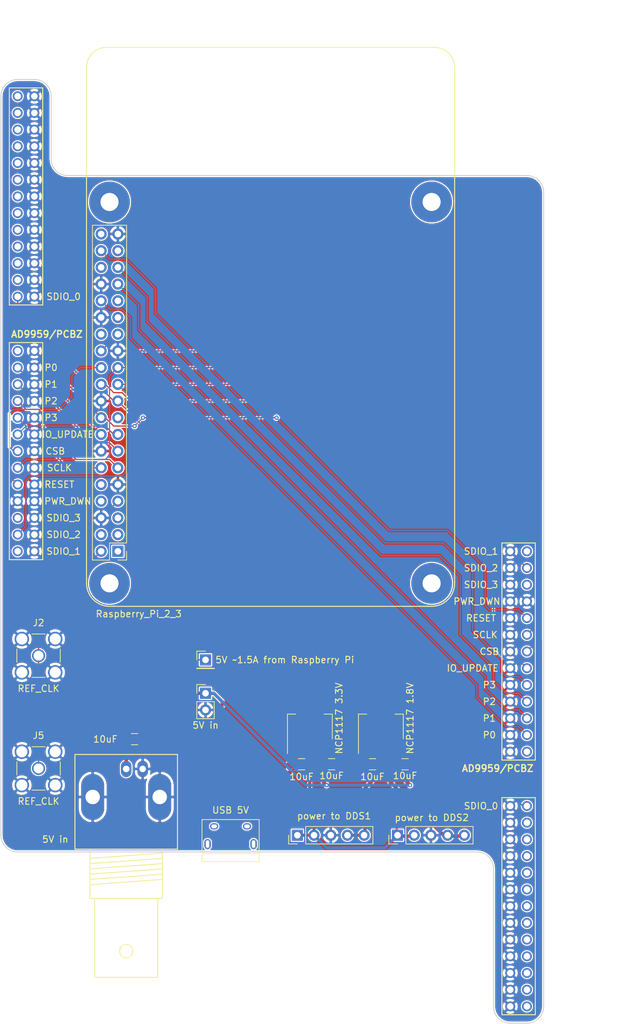
<source format=kicad_pcb>
(kicad_pcb (version 20170123) (host pcbnew "(2017-07-18 revision f509ccc7c)-makepkg")
  (title_block (title "Raspberry Pi DDS Board") (date 2017-07-06) (rev 1.0) (company "TIQI Group") (comment 1 "for AD9959 eval") (comment 2 "Matt Grau"))
  (layers (0 F.Cu signal) (31 B.Cu signal hide) (34 B.Paste user) (35 F.Paste user) (36 B.SilkS user) (37 F.SilkS user) (38 B.Mask user) (39 F.Mask user) (44 Edge.Cuts user))
  (net 0 "")
  (net 1 GND)
  (net 2 /P3_2)
  (net 3 /P2_2)
  (net 4 /P1_2)
  (net 5 /P0_2)
  (net 6 /CE_2)
  (net 7 /CE_1)
  (net 8 /SCLK)
  (net 9 /IO_UPDATE_2)
  (net 10 /MISO)
  (net 11 /MOSI)
  (net 12 /RESET)
  (net 13 /IO_UPDATE_1)
  (net 14 /P3_1)
  (net 15 /P2_1)
  (net 16 /P1_1)
  (net 17 /P0_1)
  (net 18 "Net-(J1-Pad2)")
  (net 19 +5V)
  (net 20 +3V3)
  (net 21 +1V8)
  (net 22 /CLK)
  (module dds_pi:ad9959 (layer F.Cu) (at 137.16 140.335 180)
    (fp_text reference U2 hide)
    (fp_text value AD9959/PCBZ (at 3.175 -1.27 180) (layer F.SilkS) (effects (font (size 1.016 1.016) (thickness 0.2032))))
    (fp_text user SDIO_1 (at 5.715 31.75 180) (layer F.SilkS))
    (fp_text user SDIO_2 (at 5.715 29.21 180) (layer F.SilkS))
    (fp_text user SDIO_3 (at 5.715 26.67 180) (layer F.SilkS))
    (fp_text user PWR_DWN (at 6.35 24.13 180) (layer F.SilkS))
    (fp_text user RESET (at 5.715 21.59 180) (layer F.SilkS))
    (fp_text user SCLK (at 5.08 19.05 180) (layer F.SilkS))
    (fp_text user CSB (at 4.445 16.51 180) (layer F.SilkS))
    (fp_text user IO_UPDATE (at 6.985 13.97 180) (layer F.SilkS))
    (fp_text user P3 (at 4.445 11.43 180) (layer F.SilkS))
    (fp_text user P2 (at 4.445 8.89 180) (layer F.SilkS))
    (fp_text user P1 (at 4.445 6.35 180) (layer F.SilkS))
    (fp_text user P0 (at 4.445 3.81 180) (layer F.SilkS))
    (fp_text user SDIO_0 (at 5.715 -6.985 180) (layer F.SilkS))
    (pad 1 thru_hole circle (at -1.27 -37.465 90) (size 1.524 1.524) (drill 1) (layers *.Cu *.Mask))
    (pad 27 thru_hole circle (at 1.27 -37.465 90) (size 1.524 1.524) (drill 1) (layers *.Cu *.Mask) (net 1 GND))
    (pad 2 thru_hole circle (at -1.27 -34.925 90) (size 1.524 1.524) (drill 1) (layers *.Cu *.Mask))
    (pad 28 thru_hole circle (at 1.27 -34.925 90) (size 1.524 1.524) (drill 1) (layers *.Cu *.Mask) (net 1 GND))
    (pad 3 thru_hole circle (at -1.27 -32.385 90) (size 1.524 1.524) (drill 1) (layers *.Cu *.Mask))
    (pad 29 thru_hole circle (at 1.27 -32.385 90) (size 1.524 1.524) (drill 1) (layers *.Cu *.Mask) (net 1 GND))
    (pad 4 thru_hole circle (at -1.27 -29.845 90) (size 1.524 1.524) (drill 1) (layers *.Cu *.Mask))
    (pad 30 thru_hole circle (at 1.27 -29.845 90) (size 1.524 1.524) (drill 1) (layers *.Cu *.Mask) (net 1 GND))
    (pad 5 thru_hole circle (at -1.27 -27.305 90) (size 1.524 1.524) (drill 1) (layers *.Cu *.Mask))
    (pad 31 thru_hole circle (at 1.27 -27.305 90) (size 1.524 1.524) (drill 1) (layers *.Cu *.Mask) (net 1 GND))
    (pad 6 thru_hole circle (at -1.27 -24.765 90) (size 1.524 1.524) (drill 1) (layers *.Cu *.Mask))
    (pad 32 thru_hole circle (at 1.27 -24.765 90) (size 1.524 1.524) (drill 1) (layers *.Cu *.Mask) (net 1 GND))
    (pad 7 thru_hole circle (at -1.27 -22.225 90) (size 1.524 1.524) (drill 1) (layers *.Cu *.Mask))
    (pad 33 thru_hole circle (at 1.27 -22.225 90) (size 1.524 1.524) (drill 1) (layers *.Cu *.Mask) (net 1 GND))
    (pad 8 thru_hole circle (at -1.27 -19.685 90) (size 1.524 1.524) (drill 1) (layers *.Cu *.Mask))
    (pad 34 thru_hole circle (at 1.27 -19.685 90) (size 1.524 1.524) (drill 1) (layers *.Cu *.Mask) (net 1 GND))
    (pad 9 thru_hole circle (at -1.27 -17.145 90) (size 1.524 1.524) (drill 1) (layers *.Cu *.Mask))
    (pad 35 thru_hole circle (at 1.27 -17.145 90) (size 1.524 1.524) (drill 1) (layers *.Cu *.Mask) (net 1 GND))
    (pad 10 thru_hole circle (at -1.27 -14.605 90) (size 1.524 1.524) (drill 1) (layers *.Cu *.Mask))
    (pad 36 thru_hole circle (at 1.27 -14.605 90) (size 1.524 1.524) (drill 1) (layers *.Cu *.Mask) (net 1 GND))
    (pad 11 thru_hole circle (at -1.27 -12.065 90) (size 1.524 1.524) (drill 1) (layers *.Cu *.Mask))
    (pad 37 thru_hole circle (at 1.27 -12.065 90) (size 1.524 1.524) (drill 1) (layers *.Cu *.Mask) (net 1 GND))
    (pad 12 thru_hole circle (at -1.27 -9.525 90) (size 1.524 1.524) (drill 1) (layers *.Cu *.Mask))
    (pad 38 thru_hole circle (at 1.27 -9.525 90) (size 1.524 1.524) (drill 1) (layers *.Cu *.Mask) (net 1 GND))
    (pad 13 thru_hole circle (at -1.27 -6.985 90) (size 1.524 1.524) (drill 1) (layers *.Cu *.Mask) (net 11 /MOSI))
    (pad 39 thru_hole circle (at 1.27 -6.985 90) (size 1.524 1.524) (drill 1) (layers *.Cu *.Mask) (net 1 GND))
    (pad 52 thru_hole circle (at 1.27 31.75 90) (size 1.524 1.524) (drill 1) (layers *.Cu *.Mask) (net 1 GND))
    (pad 26 thru_hole circle (at -1.27 31.75 90) (size 1.524 1.524) (drill 1) (layers *.Cu *.Mask))
    (pad 51 thru_hole circle (at 1.27 29.21 90) (size 1.524 1.524) (drill 1) (layers *.Cu *.Mask) (net 1 GND))
    (pad 25 thru_hole circle (at -1.27 29.21 90) (size 1.524 1.524) (drill 1) (layers *.Cu *.Mask) (net 10 /MISO))
    (pad 50 thru_hole circle (at 1.27 26.67 90) (size 1.524 1.524) (drill 1) (layers *.Cu *.Mask) (net 1 GND))
    (pad 24 thru_hole circle (at -1.27 26.67 90) (size 1.524 1.524) (drill 1) (layers *.Cu *.Mask))
    (pad 49 thru_hole circle (at 1.27 24.13 90) (size 1.524 1.524) (drill 1) (layers *.Cu *.Mask) (net 1 GND))
    (pad 23 thru_hole circle (at -1.27 24.13 90) (size 1.524 1.524) (drill 1) (layers *.Cu *.Mask) (net 1 GND))
    (pad 48 thru_hole circle (at 1.27 21.59 90) (size 1.524 1.524) (drill 1) (layers *.Cu *.Mask) (net 1 GND))
    (pad 22 thru_hole circle (at -1.27 21.59 90) (size 1.524 1.524) (drill 1) (layers *.Cu *.Mask) (net 12 /RESET))
    (pad 47 thru_hole circle (at 1.27 19.05 90) (size 1.524 1.524) (drill 1) (layers *.Cu *.Mask) (net 1 GND))
    (pad 21 thru_hole circle (at -1.27 19.05 90) (size 1.524 1.524) (drill 1) (layers *.Cu *.Mask) (net 8 /SCLK))
    (pad 46 thru_hole circle (at 1.27 16.51 90) (size 1.524 1.524) (drill 1) (layers *.Cu *.Mask) (net 1 GND))
    (pad 20 thru_hole circle (at -1.27 16.51 90) (size 1.524 1.524) (drill 1) (layers *.Cu *.Mask) (net 6 /CE_2))
    (pad 45 thru_hole circle (at 1.27 13.97 90) (size 1.524 1.524) (drill 1) (layers *.Cu *.Mask) (net 1 GND))
    (pad 19 thru_hole circle (at -1.27 13.97 90) (size 1.524 1.524) (drill 1) (layers *.Cu *.Mask) (net 9 /IO_UPDATE_2))
    (pad 44 thru_hole circle (at 1.27 11.43 90) (size 1.524 1.524) (drill 1) (layers *.Cu *.Mask) (net 1 GND))
    (pad 18 thru_hole circle (at -1.27 11.43 90) (size 1.524 1.524) (drill 1) (layers *.Cu *.Mask) (net 2 /P3_2))
    (pad 43 thru_hole circle (at 1.27 8.89 90) (size 1.524 1.524) (drill 1) (layers *.Cu *.Mask) (net 1 GND))
    (pad 17 thru_hole circle (at -1.27 8.89 90) (size 1.524 1.524) (drill 1) (layers *.Cu *.Mask) (net 3 /P2_2))
    (pad 42 thru_hole circle (at 1.27 6.35 90) (size 1.524 1.524) (drill 1) (layers *.Cu *.Mask) (net 1 GND))
    (pad 16 thru_hole circle (at -1.27 6.35 90) (size 1.524 1.524) (drill 1) (layers *.Cu *.Mask) (net 4 /P1_2))
    (pad 41 thru_hole circle (at 1.27 3.81 90) (size 1.524 1.524) (drill 1) (layers *.Cu *.Mask) (net 1 GND))
    (pad 15 thru_hole circle (at -1.27 3.81 90) (size 1.524 1.524) (drill 1) (layers *.Cu *.Mask) (net 5 /P0_2))
    (pad 40 thru_hole circle (at 1.27 1.27 90) (size 1.524 1.524) (drill 1) (layers *.Cu *.Mask) (net 1 GND))
    (pad 14 thru_hole circle (at -1.27 1.27 90) (size 1.524 1.524) (drill 1) (layers *.Cu *.Mask))
  )
  (module dds_pi:ad9959 (layer F.Cu) (at 62.23 76.835)
    (fp_text reference U1 hide)
    (fp_text value AD9959/PCBZ (at 3.175 -1.27) (layer F.SilkS) (effects (font (size 1.016 1.016) (thickness 0.2032))))
    (fp_text user SDIO_1 (at 5.715 31.75) (layer F.SilkS))
    (fp_text user SDIO_2 (at 5.715 29.21) (layer F.SilkS))
    (fp_text user SDIO_3 (at 5.715 26.67) (layer F.SilkS))
    (fp_text user PWR_DWN (at 6.35 24.13) (layer F.SilkS))
    (fp_text user RESET (at 5.08 21.59) (layer F.SilkS))
    (fp_text user SCLK (at 5.08 19.05) (layer F.SilkS))
    (fp_text user CSB (at 4.445 16.51) (layer F.SilkS))
    (fp_text user IO_UPDATE (at 6.35 13.97) (layer F.SilkS))
    (fp_text user P3 (at 3.81 11.43) (layer F.SilkS))
    (fp_text user P2 (at 3.81 8.89) (layer F.SilkS))
    (fp_text user P1 (at 3.81 6.35) (layer F.SilkS))
    (fp_text user P0 (at 3.81 3.81) (layer F.SilkS))
    (fp_text user SDIO_0 (at 5.715 -6.985) (layer F.SilkS))
    (pad 1 thru_hole circle (at -1.27 -37.465 270) (size 1.524 1.524) (drill 1) (layers *.Cu *.Mask))
    (pad 27 thru_hole circle (at 1.27 -37.465 270) (size 1.524 1.524) (drill 1) (layers *.Cu *.Mask) (net 1 GND))
    (pad 2 thru_hole circle (at -1.27 -34.925 270) (size 1.524 1.524) (drill 1) (layers *.Cu *.Mask))
    (pad 28 thru_hole circle (at 1.27 -34.925 270) (size 1.524 1.524) (drill 1) (layers *.Cu *.Mask) (net 1 GND))
    (pad 3 thru_hole circle (at -1.27 -32.385 270) (size 1.524 1.524) (drill 1) (layers *.Cu *.Mask))
    (pad 29 thru_hole circle (at 1.27 -32.385 270) (size 1.524 1.524) (drill 1) (layers *.Cu *.Mask) (net 1 GND))
    (pad 4 thru_hole circle (at -1.27 -29.845 270) (size 1.524 1.524) (drill 1) (layers *.Cu *.Mask))
    (pad 30 thru_hole circle (at 1.27 -29.845 270) (size 1.524 1.524) (drill 1) (layers *.Cu *.Mask) (net 1 GND))
    (pad 5 thru_hole circle (at -1.27 -27.305 270) (size 1.524 1.524) (drill 1) (layers *.Cu *.Mask))
    (pad 31 thru_hole circle (at 1.27 -27.305 270) (size 1.524 1.524) (drill 1) (layers *.Cu *.Mask) (net 1 GND))
    (pad 6 thru_hole circle (at -1.27 -24.765 270) (size 1.524 1.524) (drill 1) (layers *.Cu *.Mask))
    (pad 32 thru_hole circle (at 1.27 -24.765 270) (size 1.524 1.524) (drill 1) (layers *.Cu *.Mask) (net 1 GND))
    (pad 7 thru_hole circle (at -1.27 -22.225 270) (size 1.524 1.524) (drill 1) (layers *.Cu *.Mask))
    (pad 33 thru_hole circle (at 1.27 -22.225 270) (size 1.524 1.524) (drill 1) (layers *.Cu *.Mask) (net 1 GND))
    (pad 8 thru_hole circle (at -1.27 -19.685 270) (size 1.524 1.524) (drill 1) (layers *.Cu *.Mask))
    (pad 34 thru_hole circle (at 1.27 -19.685 270) (size 1.524 1.524) (drill 1) (layers *.Cu *.Mask) (net 1 GND))
    (pad 9 thru_hole circle (at -1.27 -17.145 270) (size 1.524 1.524) (drill 1) (layers *.Cu *.Mask))
    (pad 35 thru_hole circle (at 1.27 -17.145 270) (size 1.524 1.524) (drill 1) (layers *.Cu *.Mask) (net 1 GND))
    (pad 10 thru_hole circle (at -1.27 -14.605 270) (size 1.524 1.524) (drill 1) (layers *.Cu *.Mask))
    (pad 36 thru_hole circle (at 1.27 -14.605 270) (size 1.524 1.524) (drill 1) (layers *.Cu *.Mask) (net 1 GND))
    (pad 11 thru_hole circle (at -1.27 -12.065 270) (size 1.524 1.524) (drill 1) (layers *.Cu *.Mask))
    (pad 37 thru_hole circle (at 1.27 -12.065 270) (size 1.524 1.524) (drill 1) (layers *.Cu *.Mask) (net 1 GND))
    (pad 12 thru_hole circle (at -1.27 -9.525 270) (size 1.524 1.524) (drill 1) (layers *.Cu *.Mask))
    (pad 38 thru_hole circle (at 1.27 -9.525 270) (size 1.524 1.524) (drill 1) (layers *.Cu *.Mask) (net 1 GND))
    (pad 13 thru_hole circle (at -1.27 -6.985 270) (size 1.524 1.524) (drill 1) (layers *.Cu *.Mask) (net 11 /MOSI))
    (pad 39 thru_hole circle (at 1.27 -6.985 270) (size 1.524 1.524) (drill 1) (layers *.Cu *.Mask) (net 1 GND))
    (pad 52 thru_hole circle (at 1.27 31.75 270) (size 1.524 1.524) (drill 1) (layers *.Cu *.Mask) (net 1 GND))
    (pad 26 thru_hole circle (at -1.27 31.75 270) (size 1.524 1.524) (drill 1) (layers *.Cu *.Mask))
    (pad 51 thru_hole circle (at 1.27 29.21 270) (size 1.524 1.524) (drill 1) (layers *.Cu *.Mask) (net 1 GND))
    (pad 25 thru_hole circle (at -1.27 29.21 270) (size 1.524 1.524) (drill 1) (layers *.Cu *.Mask) (net 10 /MISO))
    (pad 50 thru_hole circle (at 1.27 26.67 270) (size 1.524 1.524) (drill 1) (layers *.Cu *.Mask) (net 1 GND))
    (pad 24 thru_hole circle (at -1.27 26.67 270) (size 1.524 1.524) (drill 1) (layers *.Cu *.Mask))
    (pad 49 thru_hole circle (at 1.27 24.13 270) (size 1.524 1.524) (drill 1) (layers *.Cu *.Mask) (net 1 GND))
    (pad 23 thru_hole circle (at -1.27 24.13 270) (size 1.524 1.524) (drill 1) (layers *.Cu *.Mask) (net 1 GND))
    (pad 48 thru_hole circle (at 1.27 21.59 270) (size 1.524 1.524) (drill 1) (layers *.Cu *.Mask) (net 1 GND))
    (pad 22 thru_hole circle (at -1.27 21.59 270) (size 1.524 1.524) (drill 1) (layers *.Cu *.Mask) (net 12 /RESET))
    (pad 47 thru_hole circle (at 1.27 19.05 270) (size 1.524 1.524) (drill 1) (layers *.Cu *.Mask) (net 1 GND))
    (pad 21 thru_hole circle (at -1.27 19.05 270) (size 1.524 1.524) (drill 1) (layers *.Cu *.Mask) (net 8 /SCLK))
    (pad 46 thru_hole circle (at 1.27 16.51 270) (size 1.524 1.524) (drill 1) (layers *.Cu *.Mask) (net 1 GND))
    (pad 20 thru_hole circle (at -1.27 16.51 270) (size 1.524 1.524) (drill 1) (layers *.Cu *.Mask) (net 7 /CE_1))
    (pad 45 thru_hole circle (at 1.27 13.97 270) (size 1.524 1.524) (drill 1) (layers *.Cu *.Mask) (net 1 GND))
    (pad 19 thru_hole circle (at -1.27 13.97 270) (size 1.524 1.524) (drill 1) (layers *.Cu *.Mask) (net 13 /IO_UPDATE_1))
    (pad 44 thru_hole circle (at 1.27 11.43 270) (size 1.524 1.524) (drill 1) (layers *.Cu *.Mask) (net 1 GND))
    (pad 18 thru_hole circle (at -1.27 11.43 270) (size 1.524 1.524) (drill 1) (layers *.Cu *.Mask) (net 14 /P3_1))
    (pad 43 thru_hole circle (at 1.27 8.89 270) (size 1.524 1.524) (drill 1) (layers *.Cu *.Mask) (net 1 GND))
    (pad 17 thru_hole circle (at -1.27 8.89 270) (size 1.524 1.524) (drill 1) (layers *.Cu *.Mask) (net 15 /P2_1))
    (pad 42 thru_hole circle (at 1.27 6.35 270) (size 1.524 1.524) (drill 1) (layers *.Cu *.Mask) (net 1 GND))
    (pad 16 thru_hole circle (at -1.27 6.35 270) (size 1.524 1.524) (drill 1) (layers *.Cu *.Mask) (net 16 /P1_1))
    (pad 41 thru_hole circle (at 1.27 3.81 270) (size 1.524 1.524) (drill 1) (layers *.Cu *.Mask) (net 1 GND))
    (pad 15 thru_hole circle (at -1.27 3.81 270) (size 1.524 1.524) (drill 1) (layers *.Cu *.Mask) (net 17 /P0_1))
    (pad 40 thru_hole circle (at 1.27 1.27 270) (size 1.524 1.524) (drill 1) (layers *.Cu *.Mask) (net 1 GND))
    (pad 14 thru_hole circle (at -1.27 1.27 270) (size 1.524 1.524) (drill 1) (layers *.Cu *.Mask))
  )
  (module dds_pi:raspberry_pi_3 (layer F.Cu) (at 74.93 84.455 90)
    (fp_text reference J1 hide)
    (fp_text value Raspberry_Pi_2_3 (at -33.655 4.445 180) (layer F.SilkS))
    (pad "" np_thru_hole circle (at 29 49 90) (size 6.2 6.2) (drill 2.75) (layers *.Cu *.Mask))
    (pad "" np_thru_hole circle (at -29 49 90) (size 6.2 6.2) (drill 2.75) (layers *.Cu *.Mask))
    (pad "" np_thru_hole circle (at -29 0 90) (size 6.2 6.2) (drill 2.75) (layers *.Cu *.Mask))
    (pad "" np_thru_hole circle (at 29 0 90) (size 6.2 6.2) (drill 2.75) (layers *.Cu *.Mask))
    (pad 40 thru_hole oval (at 24.13 -1.27 180) (size 1.7 1.7) (drill 1) (layers *.Cu *.Mask))
    (pad 39 thru_hole oval (at 24.13 1.27 180) (size 1.7 1.7) (drill 1) (layers *.Cu *.Mask) (net 1 GND))
    (pad 38 thru_hole oval (at 21.59 -1.27 180) (size 1.7 1.7) (drill 1) (layers *.Cu *.Mask) (net 2 /P3_2))
    (pad 37 thru_hole oval (at 21.59 1.27 180) (size 1.7 1.7) (drill 1) (layers *.Cu *.Mask))
    (pad 36 thru_hole oval (at 19.05 -1.27 180) (size 1.7 1.7) (drill 1) (layers *.Cu *.Mask))
    (pad 35 thru_hole oval (at 19.05 1.27 180) (size 1.7 1.7) (drill 1) (layers *.Cu *.Mask) (net 3 /P2_2))
    (pad 34 thru_hole oval (at 16.51 -1.27 180) (size 1.7 1.7) (drill 1) (layers *.Cu *.Mask) (net 1 GND))
    (pad 33 thru_hole oval (at 16.51 1.27 180) (size 1.7 1.7) (drill 1) (layers *.Cu *.Mask) (net 4 /P1_2))
    (pad 32 thru_hole oval (at 13.97 -1.27 180) (size 1.7 1.7) (drill 1) (layers *.Cu *.Mask) (net 5 /P0_2))
    (pad 31 thru_hole oval (at 13.97 1.27 180) (size 1.7 1.7) (drill 1) (layers *.Cu *.Mask))
    (pad 30 thru_hole oval (at 11.43 -1.27 180) (size 1.7 1.7) (drill 1) (layers *.Cu *.Mask) (net 1 GND))
    (pad 29 thru_hole oval (at 11.43 1.27 180) (size 1.7 1.7) (drill 1) (layers *.Cu *.Mask))
    (pad 28 thru_hole oval (at 8.89 -1.27 180) (size 1.7 1.7) (drill 1) (layers *.Cu *.Mask))
    (pad 27 thru_hole oval (at 8.89 1.27 180) (size 1.7 1.7) (drill 1) (layers *.Cu *.Mask))
    (pad 26 thru_hole oval (at 6.35 -1.27 180) (size 1.7 1.7) (drill 1) (layers *.Cu *.Mask) (net 6 /CE_2))
    (pad 25 thru_hole oval (at 6.35 1.27 180) (size 1.7 1.7) (drill 1) (layers *.Cu *.Mask) (net 1 GND))
    (pad 24 thru_hole oval (at 3.81 -1.27 180) (size 1.7 1.7) (drill 1) (layers *.Cu *.Mask) (net 7 /CE_1))
    (pad 23 thru_hole oval (at 3.81 1.27 180) (size 1.7 1.7) (drill 1) (layers *.Cu *.Mask) (net 8 /SCLK))
    (pad 22 thru_hole oval (at 1.27 -1.27 180) (size 1.7 1.7) (drill 1) (layers *.Cu *.Mask) (net 9 /IO_UPDATE_2))
    (pad 21 thru_hole oval (at 1.27 1.27 180) (size 1.7 1.7) (drill 1) (layers *.Cu *.Mask) (net 10 /MISO))
    (pad 20 thru_hole oval (at -1.27 -1.27 180) (size 1.7 1.7) (drill 1) (layers *.Cu *.Mask) (net 1 GND))
    (pad 19 thru_hole oval (at -1.27 1.27 180) (size 1.7 1.7) (drill 1) (layers *.Cu *.Mask) (net 11 /MOSI))
    (pad 18 thru_hole oval (at -3.81 -1.27 180) (size 1.7 1.7) (drill 1) (layers *.Cu *.Mask) (net 12 /RESET))
    (pad 17 thru_hole oval (at -3.81 1.27 180) (size 1.7 1.7) (drill 1) (layers *.Cu *.Mask))
    (pad 16 thru_hole oval (at -6.35 -1.27 180) (size 1.7 1.7) (drill 1) (layers *.Cu *.Mask) (net 13 /IO_UPDATE_1))
    (pad 15 thru_hole oval (at -6.35 1.27 180) (size 1.7 1.7) (drill 1) (layers *.Cu *.Mask) (net 17 /P0_1))
    (pad 14 thru_hole oval (at -8.89 -1.27 180) (size 1.7 1.7) (drill 1) (layers *.Cu *.Mask) (net 1 GND))
    (pad 13 thru_hole oval (at -8.89 1.27 180) (size 1.7 1.7) (drill 1) (layers *.Cu *.Mask) (net 16 /P1_1))
    (pad 12 thru_hole oval (at -11.43 -1.27 180) (size 1.7 1.7) (drill 1) (layers *.Cu *.Mask) (net 14 /P3_1))
    (pad 11 thru_hole oval (at -11.43 1.27 180) (size 1.7 1.7) (drill 1) (layers *.Cu *.Mask) (net 15 /P2_1))
    (pad 10 thru_hole oval (at -13.97 -1.27 180) (size 1.7 1.7) (drill 1) (layers *.Cu *.Mask))
    (pad 9 thru_hole oval (at -13.97 1.27 180) (size 1.7 1.7) (drill 1) (layers *.Cu *.Mask) (net 1 GND))
    (pad 8 thru_hole oval (at -16.51 -1.27 180) (size 1.7 1.7) (drill 1) (layers *.Cu *.Mask))
    (pad 7 thru_hole oval (at -16.51 1.27 180) (size 1.7 1.7) (drill 1) (layers *.Cu *.Mask) (net 22 /CLK))
    (pad 6 thru_hole oval (at -19.05 -1.27 180) (size 1.7 1.7) (drill 1) (layers *.Cu *.Mask) (net 1 GND))
    (pad 5 thru_hole oval (at -19.05 1.27 180) (size 1.7 1.7) (drill 1) (layers *.Cu *.Mask))
    (pad 4 thru_hole oval (at -21.59 -1.27 180) (size 1.7 1.7) (drill 1) (layers *.Cu *.Mask))
    (pad 3 thru_hole oval (at -21.59 1.27 180) (size 1.7 1.7) (drill 1) (layers *.Cu *.Mask))
    (pad 2 thru_hole oval (at -24.13 -1.27 180) (size 1.7 1.7) (drill 1) (layers *.Cu *.Mask) (net 18 "Net-(J1-Pad2)"))
    (pad 1 thru_hole rect (at -24.13 1.27 180) (size 1.7 1.7) (drill 1) (layers *.Cu *.Mask))
  )
  (module Connect:SMA_THT_Jack_Straight (layer F.Cu) (at 64.135 124.46)
    (fp_text reference J2 (at 0 -5) (layer F.SilkS))
    (fp_text value REF_CLK (at 0 5) (layer F.SilkS))
    (pad 1 thru_hole circle (at 0 0) (size 2 2) (drill 1.5) (layers *.Cu *.Mask) (net 22 /CLK))
    (pad 2 thru_hole circle (at 2.54 2.54) (size 2.2 2.2) (drill 1.7) (layers *.Cu *.Mask) (net 1 GND))
    (pad 2 thru_hole circle (at 2.54 -2.54) (size 2.2 2.2) (drill 1.7) (layers *.Cu *.Mask) (net 1 GND))
    (pad 2 thru_hole circle (at -2.54 -2.54) (size 2.2 2.2) (drill 1.7) (layers *.Cu *.Mask) (net 1 GND))
    (pad 2 thru_hole circle (at -2.54 2.54) (size 2.2 2.2) (drill 1.7) (layers *.Cu *.Mask) (net 1 GND))
  )
  (module Capacitors_SMD:C_0805_HandSoldering (layer F.Cu) (at 78.74 137.16)
    (fp_text reference C1 hide)
    (fp_text value 10uF (at -4.445 0 180) (layer F.SilkS))
    (pad 2 smd rect (at 1.25 0) (size 1.5 1.25) (layers F.Cu F.Paste F.Mask) (net 1 GND))
    (pad 1 smd rect (at -1.25 0) (size 1.5 1.25) (layers F.Cu F.Paste F.Mask) (net 19 +5V))
  )
  (module Capacitors_SMD:C_0805_HandSoldering (layer F.Cu) (at 108.712 140.97)
    (fp_text reference C2 hide)
    (fp_text value 10uF (at 0 1.75) (layer F.SilkS))
    (pad 2 smd rect (at 1.25 0) (size 1.5 1.25) (layers F.Cu F.Paste F.Mask) (net 1 GND))
    (pad 1 smd rect (at -1.25 0) (size 1.5 1.25) (layers F.Cu F.Paste F.Mask) (net 19 +5V))
  )
  (module Capacitors_SMD:C_0805_HandSoldering (layer F.Cu) (at 119.888 140.97)
    (fp_text reference C3 hide)
    (fp_text value 10uF (at 0 1.75) (layer F.SilkS))
    (pad 1 smd rect (at -1.25 0) (size 1.5 1.25) (layers F.Cu F.Paste F.Mask) (net 19 +5V))
    (pad 2 smd rect (at 1.25 0) (size 1.5 1.25) (layers F.Cu F.Paste F.Mask) (net 1 GND))
  )
  (module Capacitors_SMD:C_0805_HandSoldering (layer F.Cu) (at 104.14 140.97 180)
    (fp_text reference C4 hide)
    (fp_text value 10uF (at 0 -1.905 180) (layer F.SilkS))
    (pad 1 smd rect (at -1.25 0 180) (size 1.5 1.25) (layers F.Cu F.Paste F.Mask) (net 20 +3V3))
    (pad 2 smd rect (at 1.25 0 180) (size 1.5 1.25) (layers F.Cu F.Paste F.Mask) (net 1 GND))
  )
  (module Capacitors_SMD:C_0805_HandSoldering (layer F.Cu) (at 114.935 140.97 180)
    (fp_text reference C5 hide)
    (fp_text value 10uF (at 0 -1.905 180) (layer F.SilkS))
    (pad 2 smd rect (at 1.25 0 180) (size 1.5 1.25) (layers F.Cu F.Paste F.Mask) (net 1 GND))
    (pad 1 smd rect (at -1.25 0 180) (size 1.5 1.25) (layers F.Cu F.Paste F.Mask) (net 21 +1V8))
  )
  (module Sockets_BNC:BNC_Socket_TYCO-AMP_LargePads (layer F.Cu) (at 77.47 146.685 180)
    (fp_text reference J3 hide)
    (fp_text value "5V in" (at 10.795 -5.715 180) (layer F.SilkS))
    (pad 2 thru_hole oval (at -2.49936 5.00126 180) (size 1.6002 2.49936) (drill 1.00076) (layers *.Cu *.Mask) (net 1 GND))
    (pad 1 thru_hole oval (at 0 5.00126 180) (size 1.6002 2.49936) (drill 1.00076) (layers *.Cu *.Mask) (net 19 +5V))
    (pad 2 thru_hole oval (at 5.10032 0.7366 180) (size 3.50012 7.00024) (drill 2.19964) (layers *.Cu *.Mask) (net 1 GND))
    (pad 2 thru_hole oval (at -5.09778 0.7366 180) (size 3.50012 7.00024) (drill 2.19964) (layers *.Cu *.Mask) (net 1 GND))
  )
  (module Connect:USB_Micro-B (layer F.Cu) (at 93.345 151.765)
    (fp_text reference J4 hide)
    (fp_text value "USB 5V" (at 0 -3.81) (layer F.SilkS))
    (pad 6 thru_hole oval (at 3.5 1.35 90) (size 1.55 1) (drill oval 1.15 0.5) (layers *.Cu *.Mask))
    (pad 6 thru_hole oval (at -3.5 1.35 90) (size 1.55 1) (drill oval 1.15 0.5) (layers *.Cu *.Mask))
    (pad 6 thru_hole oval (at 2.5 -1.35 90) (size 0.95 1.25) (drill oval 0.55 0.85) (layers *.Cu *.Mask))
    (pad 6 thru_hole oval (at -2.5 -1.35 90) (size 0.95 1.25) (drill oval 0.55 0.85) (layers *.Cu *.Mask))
    (pad 5 smd rect (at 1.3 -1.35 90) (size 1.35 0.4) (layers F.Cu F.Paste F.Mask) (net 1 GND))
    (pad 4 smd rect (at 0.65 -1.35 90) (size 1.35 0.4) (layers F.Cu F.Paste F.Mask) (net 1 GND))
    (pad 3 smd rect (at 0 -1.35 90) (size 1.35 0.4) (layers F.Cu F.Paste F.Mask))
    (pad 2 smd rect (at -0.65 -1.35 90) (size 1.35 0.4) (layers F.Cu F.Paste F.Mask))
    (pad 1 smd rect (at -1.3 -1.35 90) (size 1.35 0.4) (layers F.Cu F.Paste F.Mask) (net 19 +5V))
  )
  (module Connect:SMA_THT_Jack_Straight (layer F.Cu) (at 64.135 141.605)
    (fp_text reference J5 (at 0 -5) (layer F.SilkS))
    (fp_text value REF_CLK (at 0 5) (layer F.SilkS))
    (pad 1 thru_hole circle (at 0 0) (size 2 2) (drill 1.5) (layers *.Cu *.Mask) (net 22 /CLK))
    (pad 2 thru_hole circle (at 2.54 2.54) (size 2.2 2.2) (drill 1.7) (layers *.Cu *.Mask) (net 1 GND))
    (pad 2 thru_hole circle (at 2.54 -2.54) (size 2.2 2.2) (drill 1.7) (layers *.Cu *.Mask) (net 1 GND))
    (pad 2 thru_hole circle (at -2.54 -2.54) (size 2.2 2.2) (drill 1.7) (layers *.Cu *.Mask) (net 1 GND))
    (pad 2 thru_hole circle (at -2.54 2.54) (size 2.2 2.2) (drill 1.7) (layers *.Cu *.Mask) (net 1 GND))
  )
  (module Pin_Headers:Pin_Header_Straight_1x02_Pitch2.54mm (layer F.Cu) (at 89.535 130.175)
    (fp_text reference J6 hide)
    (fp_text value "5V in" (at 0 4.87) (layer F.SilkS))
    (pad 2 thru_hole oval (at 0 2.54) (size 1.7 1.7) (drill 1) (layers *.Cu *.Mask) (net 1 GND))
    (pad 1 thru_hole rect (at 0 0) (size 1.7 1.7) (drill 1) (layers *.Cu *.Mask) (net 19 +5V))
  )
  (module Pin_Headers:Pin_Header_Straight_1x05_Pitch2.54mm (layer F.Cu) (at 103.505 151.765 90)
    (fp_text reference J7 hide)
    (fp_text value "power to DDS1" (at 2.921 5.588 180) (layer F.SilkS))
    (pad 5 thru_hole oval (at 0 10.16 90) (size 1.7 1.7) (drill 1) (layers *.Cu *.Mask) (net 21 +1V8))
    (pad 4 thru_hole oval (at 0 7.62 90) (size 1.7 1.7) (drill 1) (layers *.Cu *.Mask) (net 21 +1V8))
    (pad 3 thru_hole oval (at 0 5.08 90) (size 1.7 1.7) (drill 1) (layers *.Cu *.Mask) (net 1 GND))
    (pad 2 thru_hole oval (at 0 2.54 90) (size 1.7 1.7) (drill 1) (layers *.Cu *.Mask) (net 20 +3V3))
    (pad 1 thru_hole rect (at 0 0 90) (size 1.7 1.7) (drill 1) (layers *.Cu *.Mask) (net 20 +3V3))
  )
  (module Pin_Headers:Pin_Header_Straight_1x05_Pitch2.54mm (layer F.Cu) (at 118.745 151.765 90)
    (fp_text reference J8 hide)
    (fp_text value "power to DDS2" (at 2.667 5.207 180) (layer F.SilkS))
    (pad 1 thru_hole rect (at 0 0 90) (size 1.7 1.7) (drill 1) (layers *.Cu *.Mask) (net 20 +3V3))
    (pad 2 thru_hole oval (at 0 2.54 90) (size 1.7 1.7) (drill 1) (layers *.Cu *.Mask) (net 20 +3V3))
    (pad 3 thru_hole oval (at 0 5.08 90) (size 1.7 1.7) (drill 1) (layers *.Cu *.Mask) (net 1 GND))
    (pad 4 thru_hole oval (at 0 7.62 90) (size 1.7 1.7) (drill 1) (layers *.Cu *.Mask) (net 21 +1V8))
    (pad 5 thru_hole oval (at 0 10.16 90) (size 1.7 1.7) (drill 1) (layers *.Cu *.Mask) (net 21 +1V8))
  )
  (module Pin_Headers:Pin_Header_Straight_1x01_Pitch2.54mm (layer F.Cu) (at 89.535 125.095)
    (fp_text reference J9 hide)
    (fp_text value "5V ~~1.5A from Raspberry Pi" (at 12.065 0) (layer F.SilkS))
    (pad 1 thru_hole rect (at 0 0) (size 1.7 1.7) (drill 1) (layers *.Cu *.Mask) (net 18 "Net-(J1-Pad2)"))
  )
  (module TO_SOT_Packages_SMD:SOT-223 (layer F.Cu) (at 105.41 135.255 90)
    (fp_text reference U3 hide)
    (fp_text value "NCP1117 3.3V" (at 1.27 4.445 270) (layer F.SilkS))
    (pad 1 smd rect (at -3.15 -2.3 90) (size 2 1.5) (layers F.Cu F.Paste F.Mask) (net 1 GND))
    (pad 3 smd rect (at -3.15 2.3 90) (size 2 1.5) (layers F.Cu F.Paste F.Mask) (net 19 +5V))
    (pad 2 smd rect (at -3.15 0 90) (size 2 1.5) (layers F.Cu F.Paste F.Mask) (net 20 +3V3))
    (pad 4 smd rect (at 3.15 0 90) (size 2 3.8) (layers F.Cu F.Paste F.Mask))
  )
  (module TO_SOT_Packages_SMD:SOT-223 (layer F.Cu) (at 116.205 135.255 90)
    (fp_text reference U4 hide)
    (fp_text value "NCP1117 1.8V" (at 1.27 4.445 270) (layer F.SilkS))
    (pad 4 smd rect (at 3.15 0 90) (size 2 3.8) (layers F.Cu F.Paste F.Mask))
    (pad 2 smd rect (at -3.15 0 90) (size 2 1.5) (layers F.Cu F.Paste F.Mask) (net 21 +1V8))
    (pad 3 smd rect (at -3.15 2.3 90) (size 2 1.5) (layers F.Cu F.Paste F.Mask) (net 19 +5V))
    (pad 1 smd rect (at -3.15 -2.3 90) (size 2 1.5) (layers F.Cu F.Paste F.Mask) (net 1 GND))
  )
  (gr_line (start 58.42 151.765) (end 58.42 39.37) (angle 90) (layer Edge.Cuts) (width 0.15))
  (gr_line (start 130.81 154.305) (end 60.96 154.305) (angle 90) (layer Edge.Cuts) (width 0.15))
  (gr_line (start 133.35 156.845) (end 133.35 177.8) (angle 90) (layer Edge.Cuts) (width 0.15))
  (gr_arc (start 130.81 156.845) (end 130.81 154.305) (angle 90) (layer Edge.Cuts) (width 0.15))
  (gr_arc (start 60.96 151.765) (end 60.96 154.305) (angle 90) (layer Edge.Cuts) (width 0.15))
  (gr_line (start 140.97 53.975) (end 140.97 177.8) (angle 90) (layer Edge.Cuts) (width 0.15))
  (gr_line (start 138.43 51.435) (end 68.58 51.435) (angle 90) (layer Edge.Cuts) (width 0.15))
  (gr_arc (start 138.43 53.975) (end 138.43 51.435) (angle 90) (layer Edge.Cuts) (width 0.15))
  (gr_line (start 66.04 48.895) (end 66.04 39.37) (angle 90) (layer Edge.Cuts) (width 0.15))
  (gr_arc (start 68.58 48.895) (end 68.58 51.435) (angle 90) (layer Edge.Cuts) (width 0.15))
  (gr_arc (start 135.89 177.8) (end 135.89 180.34) (angle 90) (layer Edge.Cuts) (width 0.15))
  (gr_arc (start 138.43 177.8) (end 140.97 177.8) (angle 90) (layer Edge.Cuts) (width 0.15))
  (gr_line (start 138.43 180.34) (end 135.89 180.34) (angle 90) (layer Edge.Cuts) (width 0.15))
  (gr_line (start 60.96 36.83) (end 63.5 36.83) (angle 90) (layer Edge.Cuts) (width 0.15))
  (gr_arc (start 63.5 39.37) (end 63.5 36.83) (angle 90) (layer Edge.Cuts) (width 0.15))
  (gr_arc (start 60.96 39.37) (end 58.42 39.37) (angle 90) (layer Edge.Cuts) (width 0.15))
  (segment (start 93.995 149.86) (end 93.98 149.86) (width 0.1778) (layer F.Cu) (net 1))
  (segment (start 94.645 149.83) (end 94.615 149.86) (width 0.1778) (layer F.Cu) (net 1))
  (segment (start 130.81 121.285) (end 130.175 120.65) (width 0.1778) (layer B.Cu) (net 2))
  (segment (start 116.84 107.315) (end 116.205 106.68) (width 0.1778) (layer B.Cu) (net 2))
  (segment (start 125.73 107.315) (end 116.84 107.315) (width 0.1778) (layer B.Cu) (net 2))
  (segment (start 130.175 111.76) (end 125.73 107.315) (width 0.1778) (layer B.Cu) (net 2))
  (segment (start 130.175 120.65) (end 130.175 111.76) (width 0.1778) (layer B.Cu) (net 2))
  (segment (start 134.62 125.73) (end 134.62 125.095) (width 0.1778) (layer B.Cu) (net 2))
  (segment (start 134.62 125.095) (end 130.81 121.285) (width 0.1778) (layer B.Cu) (net 2))
  (segment (start 86.995 77.47) (end 114.3 104.775) (width 0.1778) (layer B.Cu) (net 2))
  (segment (start 74.93 64.135) (end 77.47 64.135) (width 0.1778) (layer B.Cu) (net 2))
  (segment (start 77.47 64.135) (end 81.915 68.58) (width 0.1778) (layer B.Cu) (net 2))
  (segment (start 73.66 62.865) (end 74.93 64.135) (width 0.1778) (layer B.Cu) (net 2))
  (segment (start 81.915 72.39) (end 86.995 77.47) (width 0.1778) (layer B.Cu) (net 2))
  (segment (start 81.915 68.58) (end 81.915 72.39) (width 0.1778) (layer B.Cu) (net 2))
  (segment (start 114.3 104.775) (end 116.205 106.68) (width 0.1778) (layer B.Cu) (net 2))
  (segment (start 137.16 127.635) (end 138.43 128.905) (width 0.1778) (layer B.Cu) (net 2))
  (segment (start 135.255 127.635) (end 137.16 127.635) (width 0.1778) (layer B.Cu) (net 2))
  (segment (start 134.62 127) (end 135.255 127.635) (width 0.1778) (layer B.Cu) (net 2))
  (segment (start 134.62 125.73) (end 134.62 127) (width 0.1778) (layer B.Cu) (net 2))
  (segment (start 134.62 129.54) (end 133.35 128.27) (width 0.1778) (layer B.Cu) (net 3))
  (segment (start 133.35 128.27) (end 133.35 126.365) (width 0.1778) (layer B.Cu) (net 3))
  (segment (start 138.43 131.445) (end 137.16 130.175) (width 0.1778) (layer B.Cu) (net 3))
  (segment (start 80.645 69.85) (end 76.2 65.405) (width 0.1778) (layer B.Cu) (net 3))
  (segment (start 80.645 73.66) (end 80.645 69.85) (width 0.1778) (layer B.Cu) (net 3))
  (segment (start 116.205 109.22) (end 80.645 73.66) (width 0.1778) (layer B.Cu) (net 3))
  (segment (start 125.095 109.22) (end 116.205 109.22) (width 0.1778) (layer B.Cu) (net 3))
  (segment (start 128.27 112.395) (end 125.095 109.22) (width 0.1778) (layer B.Cu) (net 3))
  (segment (start 128.27 121.285) (end 128.27 112.395) (width 0.1778) (layer B.Cu) (net 3))
  (segment (start 133.35 126.365) (end 128.27 121.285) (width 0.1778) (layer B.Cu) (net 3))
  (segment (start 135.255 130.175) (end 134.62 129.54) (width 0.1778) (layer B.Cu) (net 3))
  (segment (start 137.16 130.175) (end 135.255 130.175) (width 0.1778) (layer B.Cu) (net 3))
  (segment (start 134.62 132.08) (end 132.08 129.54) (width 0.1778) (layer B.Cu) (net 4))
  (segment (start 132.08 127.635) (end 131.445 127) (width 0.1778) (layer B.Cu) (net 4))
  (segment (start 132.08 129.54) (end 132.08 127.635) (width 0.1778) (layer B.Cu) (net 4))
  (segment (start 138.43 133.985) (end 137.16 132.715) (width 0.1778) (layer B.Cu) (net 4))
  (segment (start 79.375 71.12) (end 76.2 67.945) (width 0.1778) (layer B.Cu) (net 4))
  (segment (start 79.375 74.93) (end 79.375 71.12) (width 0.1778) (layer B.Cu) (net 4))
  (segment (start 131.445 127) (end 79.375 74.93) (width 0.1778) (layer B.Cu) (net 4))
  (segment (start 135.255 132.715) (end 134.62 132.08) (width 0.1778) (layer B.Cu) (net 4))
  (segment (start 137.16 132.715) (end 135.255 132.715) (width 0.1778) (layer B.Cu) (net 4))
  (segment (start 133.35 133.35) (end 130.81 130.81) (width 0.1778) (layer B.Cu) (net 5))
  (segment (start 130.81 128.905) (end 130.175 128.27) (width 0.1778) (layer B.Cu) (net 5))
  (segment (start 130.81 130.81) (end 130.81 128.905) (width 0.1778) (layer B.Cu) (net 5))
  (segment (start 133.985 133.985) (end 133.35 133.35) (width 0.1778) (layer B.Cu) (net 5))
  (segment (start 134.62 134.62) (end 133.985 133.985) (width 0.1778) (layer B.Cu) (net 5))
  (segment (start 138.43 136.525) (end 137.16 135.255) (width 0.1778) (layer B.Cu) (net 5))
  (segment (start 74.93 71.755) (end 73.66 70.485) (width 0.1778) (layer B.Cu) (net 5))
  (segment (start 76.835 71.755) (end 74.93 71.755) (width 0.1778) (layer B.Cu) (net 5))
  (segment (start 78.105 73.025) (end 76.835 71.755) (width 0.1778) (layer B.Cu) (net 5))
  (segment (start 78.105 76.2) (end 78.105 73.025) (width 0.1778) (layer B.Cu) (net 5))
  (segment (start 130.175 128.27) (end 78.105 76.2) (width 0.1778) (layer B.Cu) (net 5))
  (segment (start 135.255 135.255) (end 134.62 134.62) (width 0.1778) (layer B.Cu) (net 5))
  (segment (start 137.16 135.255) (end 135.255 135.255) (width 0.1778) (layer B.Cu) (net 5))
  (segment (start 140.335 97.79) (end 120.65 78.105) (width 0.1778) (layer F.Cu) (net 6))
  (segment (start 78.105 78.105) (end 76.835 76.835) (width 0.1778) (layer F.Cu) (net 6))
  (segment (start 120.65 78.105) (end 78.105 78.105) (width 0.1778) (layer F.Cu) (net 6))
  (segment (start 138.43 123.825) (end 139.7 122.555) (width 0.1778) (layer F.Cu) (net 6))
  (segment (start 139.7 122.555) (end 140.335 121.92) (width 0.1778) (layer F.Cu) (net 6))
  (segment (start 140.335 121.92) (end 140.335 97.79) (width 0.1778) (layer F.Cu) (net 6))
  (segment (start 76.835 76.835) (end 74.93 76.835) (width 0.1778) (layer F.Cu) (net 6))
  (segment (start 74.93 76.835) (end 73.66 78.105) (width 0.1778) (layer F.Cu) (net 6))
  (segment (start 138.43 123.825) (end 139.065 123.825) (width 0.1778) (layer F.Cu) (net 6))
  (segment (start 73.66 80.645) (end 70.485 80.645) (width 0.1778) (layer B.Cu) (net 7))
  (segment (start 69.215 81.915) (end 69.215 85.09) (width 0.1778) (layer B.Cu) (net 7))
  (segment (start 70.485 80.645) (end 69.215 81.915) (width 0.1778) (layer B.Cu) (net 7))
  (segment (start 60.96 93.345) (end 60.325 93.345) (width 0.1778) (layer B.Cu) (net 7))
  (segment (start 60.325 93.345) (end 59.69 92.71) (width 0.1778) (layer B.Cu) (net 7))
  (segment (start 67.31 86.995) (end 69.215 85.09) (width 0.1778) (layer B.Cu) (net 7))
  (segment (start 60.325 86.995) (end 67.31 86.995) (width 0.1778) (layer B.Cu) (net 7))
  (segment (start 59.69 87.63) (end 60.325 86.995) (width 0.1778) (layer B.Cu) (net 7))
  (segment (start 59.69 92.71) (end 59.69 87.63) (width 0.1778) (layer B.Cu) (net 7))
  (segment (start 74.295 80.645) (end 73.66 80.645) (width 0.1778) (layer B.Cu) (net 7))
  (segment (start 118.11 80.645) (end 125.73 88.265) (width 0.1778) (layer F.Cu) (net 8))
  (segment (start 125.73 88.265) (end 139.7 102.235) (width 0.1778) (layer F.Cu) (net 8))
  (segment (start 76.2 80.645) (end 118.11 80.645) (width 0.1778) (layer F.Cu) (net 8))
  (segment (start 139.7 102.235) (end 139.7 113.03) (width 0.1778) (layer F.Cu) (net 8))
  (segment (start 138.43 121.285) (end 139.7 120.015) (width 0.1778) (layer F.Cu) (net 8))
  (segment (start 139.7 120.015) (end 139.7 113.03) (width 0.1778) (layer F.Cu) (net 8))
  (segment (start 60.96 95.885) (end 62.23 94.615) (width 0.1778) (layer B.Cu) (net 8))
  (segment (start 74.93 81.915) (end 76.2 80.645) (width 0.1778) (layer B.Cu) (net 8))
  (segment (start 74.93 93.98) (end 74.93 81.915) (width 0.1778) (layer B.Cu) (net 8))
  (segment (start 74.295 94.615) (end 74.93 93.98) (width 0.1778) (layer B.Cu) (net 8))
  (segment (start 62.23 94.615) (end 74.295 94.615) (width 0.1778) (layer B.Cu) (net 8))
  (segment (start 73.66 83.185) (end 74.295 83.185) (width 0.1778) (layer F.Cu) (net 9))
  (segment (start 74.295 83.185) (end 75.565 84.455) (width 0.1778) (layer F.Cu) (net 9))
  (segment (start 133.35 123.19) (end 135.255 125.095) (width 0.1778) (layer F.Cu) (net 9))
  (segment (start 133.35 106.045) (end 133.35 123.19) (width 0.1778) (layer F.Cu) (net 9))
  (segment (start 113.03 85.725) (end 133.35 106.045) (width 0.1778) (layer F.Cu) (net 9))
  (segment (start 78.105 85.725) (end 113.03 85.725) (width 0.1778) (layer F.Cu) (net 9))
  (segment (start 76.835 84.455) (end 78.105 85.725) (width 0.1778) (layer F.Cu) (net 9))
  (segment (start 75.565 84.455) (end 76.835 84.455) (width 0.1778) (layer F.Cu) (net 9))
  (segment (start 138.43 126.365) (end 137.16 125.095) (width 0.1778) (layer F.Cu) (net 9))
  (segment (start 135.255 125.095) (end 137.16 125.095) (width 0.1778) (layer F.Cu) (net 9))
  (segment (start 138.43 111.125) (end 137.16 109.855) (width 0.1778) (layer F.Cu) (net 10))
  (segment (start 115.57 83.185) (end 76.2 83.185) (width 0.1778) (layer F.Cu) (net 10))
  (segment (start 137.16 104.775) (end 115.57 83.185) (width 0.1778) (layer F.Cu) (net 10))
  (segment (start 137.16 109.855) (end 137.16 104.775) (width 0.1778) (layer F.Cu) (net 10))
  (segment (start 60.96 106.045) (end 62.23 104.775) (width 0.1778) (layer B.Cu) (net 10))
  (segment (start 77.47 84.455) (end 76.2 83.185) (width 0.1778) (layer B.Cu) (net 10))
  (segment (start 77.47 96.52) (end 77.47 84.455) (width 0.1778) (layer B.Cu) (net 10))
  (segment (start 76.835 97.155) (end 77.47 96.52) (width 0.1778) (layer B.Cu) (net 10))
  (segment (start 62.865 97.155) (end 76.835 97.155) (width 0.1778) (layer B.Cu) (net 10))
  (segment (start 62.23 97.79) (end 62.865 97.155) (width 0.1778) (layer B.Cu) (net 10))
  (segment (start 62.23 104.775) (end 62.23 97.79) (width 0.1778) (layer B.Cu) (net 10))
  (segment (start 60.96 106.045) (end 60.325 106.045) (width 0.1778) (layer F.Cu) (net 10))
  (segment (start 129.54 139.065) (end 129.54 132.08) (width 0.1778) (layer F.Cu) (net 11))
  (segment (start 113.665 116.205) (end 106.68 116.205) (width 0.1778) (layer F.Cu) (net 11))
  (segment (start 129.54 132.08) (end 113.665 116.205) (width 0.1778) (layer F.Cu) (net 11))
  (segment (start 76.2 85.725) (end 82.55 92.075) (width 0.1778) (layer F.Cu) (net 11))
  (segment (start 97.79 107.315) (end 106.68 116.205) (width 0.1778) (layer F.Cu) (net 11))
  (segment (start 82.55 92.075) (end 97.79 107.315) (width 0.1778) (layer F.Cu) (net 11))
  (segment (start 129.54 139.065) (end 130.81 140.335) (width 0.1778) (layer F.Cu) (net 11))
  (segment (start 130.81 140.335) (end 135.255 144.78) (width 0.1778) (layer F.Cu) (net 11))
  (segment (start 135.255 144.78) (end 136.525 146.05) (width 0.1778) (layer F.Cu) (net 11))
  (segment (start 136.525 146.05) (end 137.795 147.32) (width 0.1778) (layer F.Cu) (net 11))
  (segment (start 137.795 147.32) (end 138.43 147.32) (width 0.1778) (layer F.Cu) (net 11))
  (segment (start 72.39 83.82) (end 66.04 77.47) (width 0.1778) (layer F.Cu) (net 11))
  (segment (start 60.96 72.39) (end 60.96 69.85) (width 0.1778) (layer F.Cu) (net 11))
  (segment (start 61.595 73.025) (end 60.96 72.39) (width 0.1778) (layer F.Cu) (net 11))
  (segment (start 66.04 77.47) (end 61.595 73.025) (width 0.1778) (layer F.Cu) (net 11))
  (segment (start 76.2 85.725) (end 75.565 85.725) (width 0.1778) (layer F.Cu) (net 11))
  (segment (start 75.565 85.725) (end 74.295 84.455) (width 0.1778) (layer F.Cu) (net 11))
  (segment (start 74.295 84.455) (end 73.025 84.455) (width 0.1778) (layer F.Cu) (net 11))
  (segment (start 73.025 84.455) (end 72.39 83.82) (width 0.1778) (layer F.Cu) (net 11))
  (segment (start 138.43 147.32) (end 138.43 146.685) (width 0.1778) (layer F.Cu) (net 11))
  (segment (start 138.43 118.745) (end 137.16 117.475) (width 0.1778) (layer B.Cu) (net 12))
  (via (at 100.33 88.265) (size 0.6604) (drill 0.3048) (layers F.Cu B.Cu) (net 12))
  (segment (start 117.475 105.41) (end 100.33 88.265) (width 0.1778) (layer B.Cu) (net 12))
  (segment (start 121.285 105.41) (end 117.475 105.41) (width 0.1778) (layer B.Cu) (net 12))
  (segment (start 126.365 105.41) (end 121.285 105.41) (width 0.1778) (layer B.Cu) (net 12))
  (segment (start 132.08 111.125) (end 126.365 105.41) (width 0.1778) (layer B.Cu) (net 12))
  (segment (start 132.08 116.84) (end 132.08 111.125) (width 0.1778) (layer B.Cu) (net 12))
  (segment (start 132.715 117.475) (end 132.08 116.84) (width 0.1778) (layer B.Cu) (net 12))
  (segment (start 137.16 117.475) (end 132.715 117.475) (width 0.1778) (layer B.Cu) (net 12))
  (segment (start 73.66 88.265) (end 74.295 88.265) (width 0.1778) (layer F.Cu) (net 12))
  (segment (start 74.295 88.265) (end 75.565 89.535) (width 0.1778) (layer F.Cu) (net 12))
  (segment (start 91.44 88.265) (end 100.33 88.265) (width 0.1778) (layer F.Cu) (net 12))
  (segment (start 80.01 88.265) (end 91.44 88.265) (width 0.1778) (layer F.Cu) (net 12))
  (via (at 80.01 88.265) (size 0.6604) (drill 0.3048) (layers F.Cu B.Cu) (net 12))
  (segment (start 78.74 89.535) (end 80.01 88.265) (width 0.1778) (layer B.Cu) (net 12))
  (via (at 78.74 89.535) (size 0.6604) (drill 0.3048) (layers F.Cu B.Cu) (net 12))
  (segment (start 75.565 89.535) (end 78.74 89.535) (width 0.1778) (layer F.Cu) (net 12))
  (segment (start 60.96 98.425) (end 59.69 97.155) (width 0.1778) (layer F.Cu) (net 12))
  (segment (start 64.77 79.375) (end 73.66 88.265) (width 0.1778) (layer F.Cu) (net 12))
  (segment (start 60.325 79.375) (end 64.77 79.375) (width 0.1778) (layer F.Cu) (net 12))
  (segment (start 59.69 80.01) (end 60.325 79.375) (width 0.1778) (layer F.Cu) (net 12))
  (segment (start 59.69 97.155) (end 59.69 80.01) (width 0.1778) (layer F.Cu) (net 12))
  (segment (start 60.96 98.425) (end 60.325 98.425) (width 0.1778) (layer B.Cu) (net 12))
  (segment (start 60.96 90.805) (end 62.23 89.535) (width 0.1778) (layer B.Cu) (net 13))
  (segment (start 72.39 89.535) (end 73.66 90.805) (width 0.1778) (layer B.Cu) (net 13))
  (segment (start 62.23 89.535) (end 72.39 89.535) (width 0.1778) (layer B.Cu) (net 13))
  (segment (start 62.23 89.535) (end 62.23 91.44) (width 0.1778) (layer F.Cu) (net 14))
  (segment (start 62.865 92.075) (end 64.77 92.075) (width 0.1778) (layer F.Cu) (net 14))
  (segment (start 62.23 91.44) (end 62.865 92.075) (width 0.1778) (layer F.Cu) (net 14))
  (segment (start 60.96 88.265) (end 62.23 89.535) (width 0.1778) (layer F.Cu) (net 14))
  (segment (start 68.58 95.885) (end 73.66 95.885) (width 0.1778) (layer F.Cu) (net 14))
  (segment (start 64.77 92.075) (end 68.58 95.885) (width 0.1778) (layer F.Cu) (net 14))
  (segment (start 60.96 85.725) (end 62.23 86.995) (width 0.1778) (layer F.Cu) (net 15))
  (segment (start 74.93 94.615) (end 76.2 95.885) (width 0.1778) (layer F.Cu) (net 15))
  (segment (start 69.85 94.615) (end 74.93 94.615) (width 0.1778) (layer F.Cu) (net 15))
  (segment (start 64.77 89.535) (end 69.85 94.615) (width 0.1778) (layer F.Cu) (net 15))
  (segment (start 64.77 87.63) (end 64.77 89.535) (width 0.1778) (layer F.Cu) (net 15))
  (segment (start 64.135 86.995) (end 64.77 87.63) (width 0.1778) (layer F.Cu) (net 15))
  (segment (start 62.23 86.995) (end 64.135 86.995) (width 0.1778) (layer F.Cu) (net 15))
  (segment (start 60.96 83.185) (end 62.23 84.455) (width 0.1778) (layer F.Cu) (net 16))
  (segment (start 74.93 92.075) (end 76.2 93.345) (width 0.1778) (layer F.Cu) (net 16))
  (segment (start 72.39 92.075) (end 74.93 92.075) (width 0.1778) (layer F.Cu) (net 16))
  (segment (start 64.77 84.455) (end 72.39 92.075) (width 0.1778) (layer F.Cu) (net 16))
  (segment (start 62.23 84.455) (end 64.77 84.455) (width 0.1778) (layer F.Cu) (net 16))
  (segment (start 76.2 90.805) (end 75.565 90.805) (width 0.1778) (layer F.Cu) (net 17))
  (segment (start 75.565 90.805) (end 74.295 89.535) (width 0.1778) (layer F.Cu) (net 17))
  (segment (start 62.23 81.915) (end 60.96 80.645) (width 0.1778) (layer F.Cu) (net 17))
  (segment (start 64.77 81.915) (end 62.23 81.915) (width 0.1778) (layer F.Cu) (net 17))
  (segment (start 72.39 89.535) (end 64.77 81.915) (width 0.1778) (layer F.Cu) (net 17))
  (segment (start 74.295 89.535) (end 72.39 89.535) (width 0.1778) (layer F.Cu) (net 17))
  (segment (start 89.535 125.095) (end 76.835 125.095) (width 0.1778) (layer F.Cu) (net 18))
  (segment (start 69.85 112.395) (end 73.66 108.585) (width 0.1778) (layer F.Cu) (net 18))
  (segment (start 69.85 118.11) (end 69.85 112.395) (width 0.1778) (layer F.Cu) (net 18))
  (segment (start 76.835 125.095) (end 69.85 118.11) (width 0.1778) (layer F.Cu) (net 18))
  (segment (start 92.045 150.415) (end 92.045 131.415) (width 0.4572) (layer F.Cu) (net 19))
  (segment (start 92.045 131.415) (end 90.805 130.175) (width 0.4572) (layer F.Cu) (net 19))
  (segment (start 90.805 130.175) (end 89.535 130.175) (width 0.4572) (layer F.Cu) (net 19))
  (segment (start 92.045 131.415) (end 91.44 130.81) (width 0.4572) (layer F.Cu) (net 19))
  (segment (start 107.462 140.97) (end 107.462 143.657) (width 0.508) (layer F.Cu) (net 19))
  (via (at 107.95 144.145) (size 0.6604) (drill 0.3048) (layers F.Cu B.Cu) (net 19))
  (segment (start 107.462 143.657) (end 107.95 144.145) (width 0.508) (layer F.Cu) (net 19))
  (segment (start 89.535 130.175) (end 90.805 130.175) (width 0.508) (layer B.Cu) (net 19))
  (segment (start 90.805 130.175) (end 104.775 144.145) (width 0.508) (layer B.Cu) (net 19))
  (segment (start 104.775 144.145) (end 107.95 144.145) (width 0.508) (layer B.Cu) (net 19))
  (segment (start 118.638 142.133) (end 118.638 140.97) (width 0.508) (layer F.Cu) (net 19))
  (segment (start 107.95 144.145) (end 120.65 144.145) (width 0.508) (layer B.Cu) (net 19))
  (via (at 120.65 144.145) (size 0.6604) (drill 0.3048) (layers F.Cu B.Cu) (net 19))
  (segment (start 120.65 144.145) (end 118.638 142.133) (width 0.508) (layer F.Cu) (net 19))
  (segment (start 118.505 138.405) (end 118.505 140.837) (width 0.508) (layer F.Cu) (net 19))
  (segment (start 118.505 140.837) (end 118.638 140.97) (width 0.508) (layer F.Cu) (net 19))
  (segment (start 107.462 140.97) (end 107.462 138.653) (width 0.508) (layer F.Cu) (net 19))
  (segment (start 107.462 138.653) (end 107.71 138.405) (width 0.508) (layer F.Cu) (net 19))
  (segment (start 89.535 130.175) (end 83.185 130.175) (width 0.508) (layer F.Cu) (net 19))
  (segment (start 77.49 135.87) (end 77.49 137.16) (width 0.508) (layer F.Cu) (net 19))
  (segment (start 83.185 130.175) (end 77.49 135.87) (width 0.508) (layer F.Cu) (net 19))
  (segment (start 77.47 141.68374) (end 77.47 137.18) (width 0.508) (layer F.Cu) (net 19))
  (segment (start 77.47 137.18) (end 77.49 137.16) (width 0.508) (layer F.Cu) (net 19))
  (segment (start 118.745 151.765) (end 116.84 153.67) (width 0.4572) (layer B.Cu) (net 20))
  (segment (start 107.95 153.67) (end 106.045 151.765) (width 0.4572) (layer B.Cu) (net 20))
  (segment (start 116.84 153.67) (end 107.95 153.67) (width 0.4572) (layer B.Cu) (net 20))
  (segment (start 106.045 151.765) (end 106.045 149.86) (width 0.4572) (layer F.Cu) (net 20))
  (segment (start 105.39 149.205) (end 105.39 140.97) (width 0.4572) (layer F.Cu) (net 20))
  (segment (start 106.045 149.86) (end 105.39 149.205) (width 0.4572) (layer F.Cu) (net 20))
  (segment (start 106.045 151.765) (end 103.505 151.765) (width 0.4572) (layer F.Cu) (net 20))
  (segment (start 118.618 151.892) (end 118.618 151.003) (width 0.508) (layer B.Cu) (net 20))
  (segment (start 118.618 151.892) (end 121.158 151.892) (width 0.508) (layer F.Cu) (net 20))
  (segment (start 105.39 140.97) (end 105.39 138.425) (width 0.508) (layer F.Cu) (net 20))
  (segment (start 105.39 138.425) (end 105.41 138.405) (width 0.508) (layer F.Cu) (net 20))
  (segment (start 113.665 151.765) (end 111.125 151.765) (width 0.4572) (layer F.Cu) (net 21))
  (segment (start 113.792 152.146) (end 113.792 144.613) (width 0.508) (layer F.Cu) (net 21))
  (segment (start 113.792 144.613) (end 116.185 142.22) (width 0.508) (layer F.Cu) (net 21))
  (segment (start 126.238 151.892) (end 125.857 151.892) (width 0.508) (layer F.Cu) (net 21))
  (segment (start 125.857 151.892) (end 116.185 142.22) (width 0.508) (layer F.Cu) (net 21))
  (segment (start 116.185 142.22) (end 116.185 140.97) (width 0.508) (layer F.Cu) (net 21))
  (segment (start 126.238 151.892) (end 128.778 151.892) (width 0.508) (layer F.Cu) (net 21))
  (segment (start 116.185 140.97) (end 116.185 138.425) (width 0.508) (layer F.Cu) (net 21))
  (segment (start 116.185 138.425) (end 116.205 138.405) (width 0.508) (layer F.Cu) (net 21))
  (segment (start 64.135 124.46) (end 64.135 110.49) (width 0.1778) (layer F.Cu) (net 22))
  (segment (start 74.93 102.235) (end 76.2 100.965) (width 0.1778) (layer F.Cu) (net 22))
  (segment (start 72.39 102.235) (end 74.93 102.235) (width 0.1778) (layer F.Cu) (net 22))
  (segment (start 64.135 110.49) (end 72.39 102.235) (width 0.1778) (layer F.Cu) (net 22))
  (segment (start 64.135 141.605) (end 64.135 124.46) (width 0.1778) (layer F.Cu) (net 22))
  (zone (net 1) (net_name GND) (layer F.Cu) (connect_pads (clearance 0.1778)) (min_thickness 0.1778) (fill yes (arc_segments 32) (thermal_gap 0.381) (thermal_bridge_width 0.381) (smoothing fillet) (radius 3))
    (polygon (pts (xy 66.04 51.435) (xy 140.97 51.435) (xy 140.97 180.34) (xy 133.35 180.34) (xy 133.35 154.305) (xy 58.42 154.305) (xy 58.42 36.83) (xy 66.04 36.83)))
  )
  (zone (net 1) (net_name GND) (layer B.Cu) (connect_pads (clearance 0.1778)) (min_thickness 0.1778) (fill yes (arc_segments 32) (thermal_gap 0.381) (thermal_bridge_width 0.381) (smoothing fillet) (radius 3))
    (polygon (pts (xy 66.04 51.435) (xy 140.97 51.435) (xy 140.97 180.34) (xy 133.35 180.34) (xy 133.35 154.305) (xy 58.42 154.305) (xy 58.42 36.83) (xy 66.04 36.83)))
  )
)
</source>
